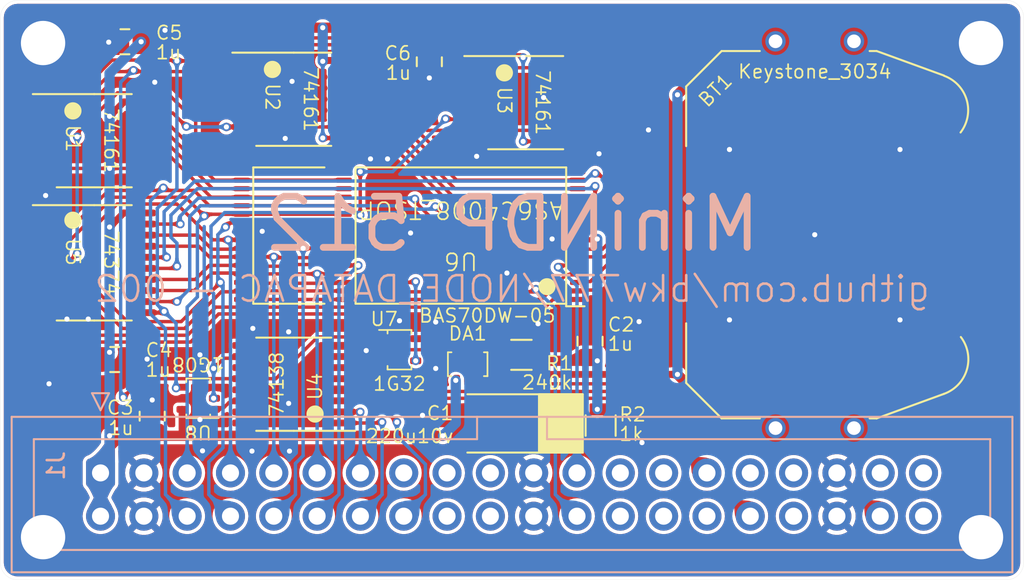
<source format=kicad_pcb>
(kicad_pcb (version 20221018) (generator pcbnew)
  (title_block (title "MiniNDP 512") (date "2023-11-17") (rev "002") (company "Brian K. White - b.kenyon.w@gmail.com") (comment 1 "github.com/bkw777/NODE_DATAPAC"))
  (layers (0 "F.Cu" signal) (31 "B.Cu" signal) (34 "B.Paste" user) (35 "F.Paste" user) (36 "B.SilkS" user "B.Silkscreen") (37 "F.SilkS" user "F.Silkscreen") (38 "B.Mask" user) (39 "F.Mask" user) (44 "Edge.Cuts" user))
  (net 0 "")
  (net 1 "GND")
  (net 2 "VMEM")
  (net 3 "VBUS")
  (net 4 "/AD0")
  (net 5 "/AD1")
  (net 6 "/AD2")
  (net 7 "/AD3")
  (net 8 "/AD4")
  (net 9 "/AD5")
  (net 10 "/AD6")
  (net 11 "/AD7")
  (net 12 "/A8")
  (net 13 "/A9")
  (net 14 "/A10")
  (net 15 "/A11")
  (net 16 "/A12")
  (net 17 "/A13")
  (net 18 "/A14")
  (net 19 "/A15")
  (net 20 "/~{RD}")
  (net 21 "/RAMRST")
  (net 22 "/~{Y0}")
  (net 23 "/(A)")
  (net 29 "/~{BLOCK}")
  (net 30 "/~{BYTE}")
  (net 31 "/CARRY0")
  (net 34 "/BUS_A10")
  (net 38 "/SLEEP")
  (net 39 "/A5")
  (net 40 "/A6")
  (net 41 "/CARRY1")
  (net 42 "/~{CE}")
  (net 43 "/A7")
  (net 44 "/BATT+")
  (net 45 "/BUS_A8")
  (net 46 "/BUS_A9")
  (net 47 "/A16")
  (net 48 "/A17")
  (net 49 "/A0")
  (net 50 "/A1")
  (net 51 "/A2")
  (net 52 "/A3")
  (net 53 "/A4")
  (net 55 "/~{BANK}")
  (net 66 "/A18")
  (net 69 "/~{WR}")
  (net 71 "Net-(C1-Pad1)")
  (net 72 "Net-(U4-O1)")
  (footprint "000_LOCAL:CP_6032" (layer "F.Cu") (at 152.331 110.85 180)
    (fp_text reference "C1")
    (fp_text value "220u10v")
  )
  (footprint "000_LOCAL:MountHole_M2.5" (layer "F.Cu") (at 179.45 88.525)
    (fp_text reference "M1" hide)
    (fp_text value "MountHole_M2.5" hide)
  )
  (footprint "000_LOCAL:Fiducial_0.75_1.5" (layer "F.Cu") (at 175.95 88.025)
    (fp_text reference "F1" hide)
    (fp_text value "Fiducial_0.75_1.5" hide)
  )
  (footprint "000_LOCAL:MountHole_M2.5" (layer "F.Cu") (at 124.45 117.525)
    (fp_text reference "M3" hide)
    (fp_text value "MountHole_M2.5" hide)
  )
  (footprint "000_LOCAL:TSSOP-16" (layer "F.Cu") (at 139.15 108.55 180)
    (fp_text reference "U4")
    (fp_text value "74138")
  )
  (footprint "000_LOCAL:SOT-353_SC-70-5" (layer "F.Cu") (at 133.55 109.375 180)
    (fp_text reference "U8")
    (fp_text value "1G08")
  )
  (footprint "000_LOCAL:Fiducial_0.75_1.5" (layer "F.Cu") (at 179.95 114.025)
    (fp_text reference "F2" hide)
    (fp_text value "Fiducial_0.75_1.5" hide)
  )
  (footprint "000_LOCAL:MountHole_M2.5" (layer "F.Cu") (at 179.45 117.525)
    (fp_text reference "M2" hide)
    (fp_text value "MountHole_M2.5" hide)
  )
  (footprint "000_LOCAL:TSSOP-16" (layer "F.Cu") (at 139.15 91.825)
    (fp_text reference "U2")
    (fp_text value "74161")
  )
  (footprint "000_LOCAL:C_0805" (layer "F.Cu") (at 130.85 110.425 90)
    (fp_text reference "C3")
    (fp_text value "1u")
  )
  (footprint "000_LOCAL:SOT-363_SC-70-6_symmetric" (layer "F.Cu") (at 149.35 107.375 90)
    (fp_text reference "DA1")
    (fp_text value "BAS70DW-05")
  )
  (footprint "000_LOCAL:C_0805" (layer "F.Cu") (at 156.525 106.025 90)
    (fp_text reference "C2")
    (fp_text value "1u")
  )
  (footprint "000_LOCAL:R_0805" (layer "F.Cu") (at 157.146 110.975 -90)
    (fp_text reference "R2")
    (fp_text value "1k")
  )
  (footprint "000_LOCAL:SOT-353_SC-70-5" (layer "F.Cu") (at 145.35 106.525)
    (fp_text reference "U7")
    (fp_text value "1G32")
  )
  (footprint "000_LOCAL:R_0805" (layer "F.Cu") (at 152.5 106.825 180)
    (fp_text reference "R1")
    (fp_text value "240k")
  )
  (footprint "000_LOCAL:C_0805" (layer "F.Cu") (at 129.25 88.45 180)
    (fp_text reference "C5")
    (fp_text value "1u")
  )
  (footprint "000_LOCAL:TSSOP-16" (layer "F.Cu") (at 152.75 92.025)
    (fp_text reference "U3")
    (fp_text value "74161")
  )
  (footprint "000_LOCAL:Fiducial_0.75_1.5" (layer "F.Cu") (at 123.95 114.025)
    (fp_text reference "F3" hide)
    (fp_text value "Fiducial_0.75_1.5" hide)
  )
  (footprint "000_LOCAL:MountHole_M2.5" (layer "F.Cu") (at 124.45 88.525)
    (fp_text reference "M4" hide)
    (fp_text value "MountHole_M2.5" hide)
  )
  (footprint "000_LOCAL:Keystone_3028_3034" (layer "F.Cu") (at 169.7 99.775 90)
    (fp_text reference "BT1")
    (fp_text value "Keystone_3034")
  )
  (footprint "000_LOCAL:TSOP32-dual" (layer "F.Cu") (at 145.95 99.825 180)
    (fp_text reference "U6")
    (fp_text value "AS6C4008_TSOP")
  )
  (footprint "000_LOCAL:TSSOP-16" (layer "F.Cu") (at 127.45 94.2575)
    (fp_text reference "U1")
    (fp_text value "74161")
  )
  (footprint "000_LOCAL:C_0805" (layer "F.Cu") (at 147.1 89.625 -90)
    (fp_text reference "C6")
    (fp_text value "1u")
  )
  (footprint "000_LOCAL:C_0805" (layer "F.Cu") (at 128.65 107.1)
    (fp_text reference "C4")
    (fp_text value "1u")
  )
  (footprint "000_LOCAL:TSSOP-20" (layer "F.Cu") (at 127.45 101.425)
    (fp_text reference "U5")
    (fp_text value "74374")
  )
  (footprint "000_LOCAL:IDC-Header_2x20_P2.54mm_Vertical" (layer "B.Cu") (at 127.82 113.755 -90)
    (fp_text reference "J1")
    (fp_text value "Conn_02x20_Odd_Even")
  )
  (gr_arc (start 180.95 86.025) (mid 181.657107 86.317893) (end 181.95 87.025) (stroke (width 0.01)) (layer "Edge.Cuts"))
  (gr_line (start 122.95 86.025) (end 180.95 86.025) (stroke (width 0.01)) (layer "Edge.Cuts"))
  (gr_arc (start 121.95 87.025) (mid 122.242893 86.317893) (end 122.95 86.025) (stroke (width 0.01)) (layer "Edge.Cuts"))
  (gr_line (start 180.95 120.025) (end 122.95 120.025) (stroke (width 0.01)) (layer "Edge.Cuts"))
  (gr_arc (start 181.95 119.025) (mid 181.657107 119.732107) (end 180.95 120.025) (stroke (width 0.01)) (layer "Edge.Cuts"))
  (gr_line (start 181.95 87.025) (end 181.95 119.025) (stroke (width 0.01)) (layer "Edge.Cuts"))
  (gr_arc (start 122.95 120.025) (mid 122.242893 119.732107) (end 121.95 119.025) (stroke (width 0.01)) (layer "Edge.Cuts"))
  (gr_line (start 121.95 119.025) (end 121.95 87.025) (stroke (width 0.01)) (layer "Edge.Cuts"))
  (gr_text "${TITLE}" (at 151.95 99.15) (layer "B.SilkS") (effects (font (size 3 3) (thickness 0.4)) (justify mirror)))
  (gr_text "${COMMENT1} - ${REVISION}" (at 151.95 102.96) (layer "B.SilkS") (effects (font (size 1.5 1.5)) (justify mirror)))
  (via (at 136.75 105.275) (size 0.5) (drill 0.3) (layers "F.Cu" "B.Cu") (net 1))
  (via (at 133.65 106.825) (size 0.5) (drill 0.3) (layers "F.Cu" "B.Cu") (net 1))
  (via (at 169.7 99.775) (size 0.5) (drill 0.3) (layers "F.Cu" "B.Cu") (net 1))
  (via (at 164.7 94.775) (size 0.5) (drill 0.3) (layers "F.Cu" "B.Cu") (net 1))
  (via (at 145.35 104.825) (size 0.5) (drill 0.3) (layers "F.Cu" "B.Cu") (net 1))
  (via (at 174.7 94.775) (size 0.5) (drill 0.3) (layers "F.Cu" "B.Cu") (net 1))
  (via (at 138.85 109.675) (size 0.5) (drill 0.3) (layers "F.Cu" "B.Cu") (net 1))
  (via (at 133.8 112.4596) (size 0.5) (drill 0.3) (layers "F.Cu" "B.Cu") (net 1))
  (via (at 153.8 91.725) (size 0.5) (drill 0.3) (layers "F.Cu" "B.Cu") (net 1))
  (via (at 144.65 95.325) (size 0.5) (drill 0.3) (layers "F.Cu" "B.Cu") (net 1))
  (via (at 131.6 87.775) (size 0.5) (drill 0.3) (layers "F.Cu" "B.Cu") (net 1))
  (via (at 130.85 109.475) (size 0.5) (drill 0.3) (layers "F.Cu" "B.Cu") (net 1))
  (via (at 137.3 99.575) (size 0.5) (drill 0.3) (layers "F.Cu" "B.Cu") (net 1))
  (via (at 124.8 108.525) (size 0.5) (drill 0.3) (layers "F.Cu" "B.Cu") (net 1))
  (via (at 139.05 90.775) (size 0.5) (drill 0.3) (layers "F.Cu" "B.Cu") (net 1))
  (via (at 146 99.675) (size 0.5) (drill 0.3) (layers "F.Cu" "B.Cu") (net 1))
  (via (at 159.95 93.625) (size 0.5) (drill 0.3) (layers "F.Cu" "B.Cu") (net 1))
  (via (at 153.475 105) (size 0.5) (drill 0.3) (layers "F.Cu" "B.Cu") (net 1))
  (via (at 146.7 110.375) (size 0.5) (drill 0.3) (layers "F.Cu" "B.Cu") (net 1))
  (via (at 164.7 104.775) (size 0.5) (drill 0.3) (layers "F.Cu" "B.Cu") (net 1))
  (via (at 131 90.825) (size 0.5) (drill 0.3) (layers "F.Cu" "B.Cu") (net 1))
  (via (at 130.55 107.075) (size 0.5) (drill 0.3) (layers "F.Cu" "B.Cu") (net 1))
  (via (at 128.3 88.475) (size 0.5) (drill 0.3) (layers "F.Cu" "B.Cu") (net 1))
  (via (at 124.6 97.475) (size 0.5) (drill 0.3) (layers "F.Cu" "B.Cu") (net 1))
  (via (at 151.65 102.025) (size 0.5) (drill 0.3) (layers "F.Cu" "B.Cu") (net 1))
  (via (at 133.65 110.625) (size 0.5) (drill 0.3) (layers "F.Cu" "B.Cu") (net 1))
  (via (at 159.4 104.875) (size 0.5) (drill 0.3) (layers "F.Cu" "B.Cu") (net 1))
  (via (at 149.875 95.175) (size 0.5) (drill 0.3) (layers "F.Cu" "B.Cu") (net 1))
  (via (at 127.1 104.725) (size 0.5) (drill 0.3) (layers "F.Cu" "B.Cu") (net 1))
  (via (at 157.05 95.025) (size 0.5) (drill 0.3) (layers "F.Cu" "B.Cu") (net 1))
  (via (at 147.475 104.9) (size 0.5) (drill 0.3) (layers "F.Cu" "B.Cu") (net 1))
  (via (at 147.1 90.575) (size 0.5) (drill 0.3) (layers "F.Cu" "B.Cu") (net 1))
  (via (at 138.85 105.475) (size 0.5) (drill 0.3) (layers "F.Cu" "B.Cu") (net 1))
  (via (at 147.475 107.625) (size 0.5) (drill 0.3) (layers "F.Cu" "B.Cu") (net 1))
  (via (at 136.7 112.475) (size 0.5) (drill 0.3) (layers "F.Cu" "B.Cu") (net 1))
  (via (at 159.57 111.977) (size 0.5) (drill 0.3) (layers "F.Cu" "B.Cu") (net 1))
  (via (at 143.4 106.575) (size 0.5) (drill 0.3) (layers "F.Cu" "B.Cu") (net 1))
  (via (at 174.7 104.775) (size 0.5) (drill 0.3) (layers "F.Cu" "B.Cu") (net 1))
  (via (at 143.65 95.325) (size 0.5) (drill 0.3) (layers "F.Cu" "B.Cu") (net 1))
  (via (at 138.9 112.475) (size 0.5) (drill 0.3) (layers "F.Cu" "B.Cu") (net 1))
  (via (at 138.65 94.125) (size 0.5) (drill 0.3) (layers "F.Cu" "B.Cu") (net 1))
  (via (at 154.3 100.025) (size 0.5) (drill 0.3) (layers "F.Cu" "B.Cu") (net 1))
  (via (at 125.85 104.725) (size 0.5) (drill 0.3) (layers "F.Cu" "B.Cu") (net 1))
  (segment (start 153.45 106.525) (end 153.45 106.825) (width 0.4) (layer "F.Cu") (net 2))
  (segment (start 148.7 106.425) (end 148.7 105.875) (width 0.4) (layer "F.Cu") (net 2))
  (segment (start 157.146 110.025) (end 156.95 110.025) (width 0.6) (layer "F.Cu") (net 2))
  (segment (start 148.7 105.875) (end 146.3 105.875) (width 0.4) (layer "F.Cu") (net 2))
  (segment (start 153.45 106.825) (end 153.8 107.175) (width 0.6) (layer "F.Cu") (net 2))
  (segment (start 152.6 105.675) (end 153.45 106.525) (width 0.4) (layer "F.Cu") (net 2))
  (segment (start 156.95 100.075) (end 155.8 100.075) (width 0.3) (layer "F.Cu") (net 2))
  (segment (start 153.8 107.175) (end 156.95 107.175) (width 0.6) (layer "F.Cu") (net 2))
  (segment (start 148.7 105.875) (end 148.9 105.675) (width 0.4) (layer "F.Cu") (net 2))
  (segment (start 148.9 105.675) (end 152.6 105.675) (width 0.4) (layer "F.Cu") (net 2))
  (via (at 156.95 107.175) (size 0.5) (drill 0.3) (layers "F.Cu" "B.Cu") (net 2))
  (via (at 156.95 110.025) (size 0.5) (drill 0.3) (layers "F.Cu" "B.Cu") (net 2))
  (via (at 156.95 100.025) (size 0.5) (drill 0.3) (layers "F.Cu" "B.Cu") (net 2))
  (segment (start 156.95 110.025) (end 156.95 100.025) (width 0.6) (layer "B.Cu") (net 2))
  (segment (start 128.35 106.675) (end 127.925 107.1) (width 0.6) (layer "F.Cu") (net 3))
  (segment (start 128.35 111.575) (end 128.35 113.225) (width 0.6) (layer "F.Cu") (net 3))
  (segment (start 127.82 116.295) (end 127.82 113.755) (width 0.6) (layer "F.Cu") (net 3))
  (segment (start 127.925 107.1) (end 127.7 107.1) (width 0.6) (layer "F.Cu") (net 3))
  (segment (start 140.875 94.1) (end 142.1125 94.1) (width 0.2) (layer "F.Cu") (net 3))
  (segment (start 146.9 88.475) (end 147.1 88.675) (width 0.6) (layer "F.Cu") (net 3))
  (segment (start 128.35 99.325) (end 129.175 98.5) (width 0.4) (layer "F.Cu") (net 3))
  (segment (start 140.9 89.55) (end 140.85 89.6) (width 0.4) (layer "F.Cu") (net 3))
  (segment (start 137.4 88.725) (end 138.5 87.625) (width 0.6) (layer "F.Cu") (net 3))
  (segment (start 128.35 95.8825) (end 124.5875 95.8825) (width 0.2) (layer "F.Cu") (net 3))
  (segment (start 128.35 111.575) (end 136.3 111.575) (width 0.6) (layer "F.Cu") (net 3))
  (segment (start 129.175 98.5) (end 130.3125 98.5) (width 0.4) (layer "F.Cu") (net 3))
  (segment (start 147.9 111.575) (end 136.3 111.575) (width 0.6) (layer "F.Cu") (net 3))
  (segment (start 130.475 88.725) (end 137.4 88.725) (width 0.6) (layer "F.Cu") (net 3))
  (segment (start 128.35 113.225) (end 127.82 113.755) (width 0.6) (layer "F.Cu") (net 3))
  (segment (start 147.3 88.475) (end 147.1 88.675) (width 0.6) (layer "F.Cu") (net 3))
  (segment (start 129.1925 91.9825) (end 128.35 92.825) (width 0.4) (layer "F.Cu") (net 3))
  (segment (start 153.8875 89.2875) (end 154.35 89.75) (width 0.4) (layer "F.Cu") (net 3))
  (segment (start 138.5 87.625) (end 143.9 87.625) (width 0.6) (layer "F.Cu") (net 3))
  (segment (start 153.8875 89.2875) (end 153.075 88.475) (width 0.6) (layer "F.Cu") (net 3))
  (segment (start 128.35 95.8825) (end 130.3125 95.8825) (width 0.2) (layer "F.Cu") (net 3))
  (segment (start 136.2875 111.5625) (end 136.2875 110.825) (width 0.4) (layer "F.Cu") (net 3))
  (segment (start 142.0125 89.55) (end 140.9 89.55) (width 0.4) (layer "F.Cu") (net 3))
  (segment (start 136.3 111.575) (end 136.2875 111.5625) (width 0.4) (layer "F.Cu") (net 3))
  (segment (start 153.075 88.475) (end 147.3 88.475) (width 0.6) (layer "F.Cu") (net 3))
  (segment (start 143.9 87.625) (end 144.75 88.475) (width 0.6) (layer "F.Cu") (net 3))
  (segment (start 151.99 89.975) (end 151.765 89.75) (width 0.2) (layer "F.Cu") (net 3))
  (segment (start 128.35 112.225) (end 129 111.575) (width 0.6) (layer "F.Cu") (net 3))
  (segment (start 130.3125 96.5325) (end 130.3125 95.8825) (width 0.2) (layer "F.Cu") (net 3))
  (segment (start 153.2 89.975) (end 151.99 89.975) (width 0.2) (layer "F.Cu") (net 3))
  (segment (start 148.7 108.325) (end 148.65 108.325) (width 0.2) (layer "F.Cu") (net 3))
  (segment (start 154.35 89.75) (end 155.6125 89.75) (width 0.4) (layer "F.Cu") (net 3))
  (segment (start 130.3125 91.9825) (end 129.1925 91.9825) (width 0.4) (layer "F.Cu") (net 3))
  (segment (start 128.35 106.675) (end 127.748959 106.675) (width 0.6) (layer "F.Cu") (net 3))
  (segment (start 153.8875 89.2875) (end 153.2 89.975) (width 0.2) (layer "F.Cu") (net 3))
  (segment (start 132.6 111.575) (end 132.6 110.025) (width 0.4) (layer "F.Cu") (net 3))
  (segment (start 151.765 89.75) (end 149.8875 89.75) (width 0.2) (layer "F.Cu") (net 3))
  (segment (start 130.2 88.45) (end 130.475 88.725) (width 0.6) (layer "F.Cu") (net 3))
  (segment (start 144.75 88.475) (end 146.9 88.475) (width 0.6) (layer "F.Cu") (net 3))
  (via (at 130.2 88.45) (size 0.5) (drill 0.3) (layers "F.Cu" "B.Cu") (net 3))
  (via (at 140.85 89.6) (size 0.5) (drill 0.3) (layers "F.Cu" "B.Cu") (net 3))
  (via (at 140.85 94.1) (size 0.5) (drill 0.3) (layers "F.Cu" "B.Cu") (net 3))
  (via (at 147.9 111.575) (size 0.5) (drill 0.3) (layers "F.Cu" "B.Cu") (net 3))
  (via (at 148.65 108.325) (size 0.5) (drill 0.3) (layers "F.Cu" "B.Cu") (net 3))
  (via (at 128.35 111.575) (size 0.5) (drill 0.3) (layers "F.Cu" "B.Cu") (net 3))
  (via (at 128.35 106.675) (size 0.5) (drill 0.3) (layers "F.Cu" "B.Cu") (net 3))
  (via (at 128.35 99.325) (size 0.5) (drill 0.3) (layers "F.Cu" "B.Cu") (net 3))
  (via (at 128.35 95.8825) (size 0.5) (drill 0.3) (layers "F.Cu" "B.Cu") (net 3))
  (via (at 140.85 87.625) (size 0.5) (drill 0.3) (layers "F.Cu" "B.Cu") (net 3))
  (via (at 128.35 92.825) (size 0.5) (drill 0.3) (layers "F.Cu" "B.Cu") (net 3))
  (segment (start 128.35 99.325) (end 128.35 107.125) (width 0.6) (layer "B.Cu") (net 3))
  (segment (start 128.35 113.225) (end 127.82 113.755) (width 0.6) (layer "B.Cu") (net 3))
  (segment (start 128.35 111.575) (end 128.35 113.225) (width 0.6) (layer "B.Cu") (net 3))
  (segment (start 140.85 87.625) (end 140.85 89.6) (width 0.6) (layer "B.Cu") (net 3))
  (segment (start 140.85 89.6) (end 140.85 94.1) (width 0.2) (layer "B.Cu") (net 3))
  (segment (start 130.2 88.45) (end 128.35 90.3) (width 0.6) (layer "B.Cu") (net 3))
  (segment (start 128.35 90.3) (end 128.35 95.8825) (width 0.6) (layer "B.Cu") (net 3))
  (segment (start 147.9 111.575) (end 148.65 110.825) (width 0.6) (layer "B.Cu") (net 3))
  (segment (start 128.35 107.125) (end 128.35 111.575) (width 0.6) (layer "B.Cu") (net 3))
  (segment (start 128.35 95.8825) (end 128.35 99.325) (width 0.6) (layer "B.Cu") (net 3))
  (segment (start 127.82 116.295) (end 127.82 113.755) (width 0.6) (layer "B.Cu") (net 3))
  (segment (start 148.65 110.825) (end 148.65 108.325) (width 0.6) (layer "B.Cu") (net 3))
  (segment (start 131.35 97.175) (end 128.2964 97.175) (width 0.2) (layer "F.Cu") (net 4))
  (segment (start 131.5 97.025) (end 131.35 97.175) (width 0.2) (layer "F.Cu") (net 4))
  (segment (start 128.2964 97.175) (end 125.6714 99.8) (width 0.2) (layer "F.Cu") (net 4))
  (segment (start 131.5 97.025) (end 131.65 97.175) (width 0.2) (layer "F.Cu") (net 4))
  (segment (start 134.2 98.075) (end 136.1 98.075) (width 0.2) (layer "F.Cu") (net 4))
  (segment (start 142.100001 98.075001) (end 136.1 98.075) (width 0.2) (layer "F.Cu") (net 4))
  (segment (start 133.3 97.175) (end 134.2 98.075) (width 0.2) (layer "F.Cu") (net 4))
  (segment (start 125.6714 99.8) (end 124.5875 99.8) (width 0.2) (layer "F.Cu") (net 4))
  (segment (start 131.65 97.175) (end 133.3 97.175) (width 0.2) (layer "F.Cu") (net 4))
  (via (at 131.5 97.025) (size 0.5) (drill 0.3) (layers "F.Cu" "B.Cu") (net 4))
  (segment (start 131.63 105.305) (end 131.63 115.025) (width 0.2) (layer "B.Cu") (net 4))
  (segment (start 131.63 115.025) (end 132.9 116.295) (width 0.2) (layer "B.Cu") (net 4))
  (segment (start 131.5 97.025) (end 130.75 97.775) (width 0.2) (layer "B.Cu") (net 4))
  (segment (start 130.75 97.775) (end 130.75 104.425) (width 0.2) (layer "B.Cu") (net 4))
  (segment (start 130.75 104.425) (end 131.63 105.305) (width 0.2) (layer "B.Cu") (net 4))
  (segment (start 128.553 97.575) (end 125.678 100.45) (width 0.2) (layer "F.Cu") (net 5))
  (segment (start 134 98.575) (end 136.1 98.575) (width 0.2) (layer "F.Cu") (net 5))
  (segment (start 132.8 97.575) (end 128.553 97.575) (width 0.2) (layer "F.Cu") (net 5))
  (segment (start 133.9 98.675) (end 132.8 97.575) (width 0.2) (layer "F.Cu") (net 5))
  (segment (start 136.099999 98.575) (end 142.099999 98.575) (width 0.2) (layer "F.Cu") (net 5))
  (segment (start 125.678 100.45) (end 124.5875 100.45) (width 0.2) (layer "F.Cu") (net 5))
  (segment (start 133.9 98.675) (end 134 98.575) (width 0.2) (layer "F.Cu") (net 5))
  (via (at 133.9 98.675) (size 0.5) (drill 0.3) (layers "F.Cu" "B.Cu") (net 5))
  (segment (start 133.5 103.425) (end 132.9 104.025) (width 0.2) (layer "B.Cu") (net 5))
  (segment (start 133.9 98.675) (end 133.5 99.075) (width 0.2) (layer "B.Cu") (net 5))
  (segment (start 133.5 99.075) (end 133.5 103.425) (width 0.2) (layer "B.Cu") (net 5))
  (segment (start 132.9 104.025) (end 132.9 113.755) (width 0.2) (layer "B.Cu") (net 5))
  (segment (start 142.100002 99.075) (end 142.050002 99.025) (width 0.2) (layer "F.Cu") (net 6))
  (segment (start 142.050002 99.025) (end 136.15 99.025) (width 0.2) (layer "F.Cu") (net 6))
  (segment (start 129.4 104.875) (end 127.575 103.05) (width 0.2) (layer "F.Cu") (net 6))
  (segment (start 127.575 103.05) (end 124.5875 103.05) (width 0.2) (layer "F.Cu") (net 6))
  (segment (start 134.85 102.575) (end 132.55 104.875) (width 0.2) (layer "F.Cu") (net 6))
  (segment (start 132.55 104.875) (end 129.4 104.875) (width 0.2) (layer "F.Cu") (net 6))
  (segment (start 136.15 99.025) (end 136.1 99.075) (width 0.2) (layer "F.Cu") (net 6))
  (segment (start 135.15 99.325) (end 135.4 99.075) (width 0.2) (layer "F.Cu") (net 6))
  (segment (start 135.4 99.075) (end 136.1 99.075) (width 0.2) (layer "F.Cu") (net 6))
  (via (at 135.15 99.325) (size 0.5) (drill 0.3) (layers "F.Cu" "B.Cu") (net 6))
  (via (at 134.85 102.575) (size 0.5) (drill 0.3) (layers "F.Cu" "B.Cu") (net 6))
  (segment (start 134.85 102.575) (end 134.7 102.425) (width 0.2) (layer "B.Cu") (net 6))
  (segment (start 134.17 115.025) (end 135.44 116.295) (width 0.2) (layer "B.Cu") (net 6))
  (segment (start 134.7 102.425) (end 134.7 99.775) (width 0.2) (layer "B.Cu") (net 6))
  (segment (start 135 112.275) (end 134.17 113.105) (width 0.2) (layer "B.Cu") (net 6))
  (segment (start 134.85 102.575) (end 135 102.725) (width 0.2) (layer "B.Cu") (net 6))
  (segment (start 134.17 113.105) (end 134.17 115.025) (width 0.2) (layer "B.Cu") (net 6))
  (segment (start 134.7 99.775) (end 135.15 99.325) (width 0.2) (layer "B.Cu") (net 6))
  (segment (start 135 102.725) (end 135 112.275) (width 0.2) (layer "B.Cu") (net 6))
  (segment (start 142.05 100.025) (end 138.35 100.025) (width 0.2) (layer "F.Cu") (net 7))
  (segment (start 136.15 100.125) (end 136.1 100.075) (width 0.2) (layer "F.Cu") (net 7))
  (segment (start 127.45 100.825) (end 127.45 99.325) (width 0.2) (layer "F.Cu") (net 7))
  (segment (start 135.3 100.075) (end 134.4 100.075) (width 0.2) (layer "F.Cu") (net 7))
  (segment (start 124.5875 102.4) (end 125.875 102.4) (width 0.2) (layer "F.Cu") (net 7))
  (segment (start 125.875 102.4) (end 127.45 100.825) (width 0.2) (layer "F.Cu") (net 7))
  (segment (start 138.35 100.025) (end 138.25 100.125) (width 0.2) (layer "F.Cu") (net 7))
  (segment (start 142.1 100.075) (end 142.05 100.025) (width 0.2) (layer "F.Cu") (net 7))
  (segment (start 138.25 100.125) (end 136.15 100.125) (width 0.2) (layer "F.Cu") (net 7))
  (segment (start 136.1 100.075) (end 135.3 100.075) (width 0.2) (layer "F.Cu") (net 7))
  (segment (start 127.45 99.325) (end 128.8 97.975) (width 0.2) (layer "F.Cu") (net 7))
  (segment (start 128.8 97.975) (end 132.3 97.975) (width 0.2) (layer "F.Cu") (net 7))
  (segment (start 132.3 97.975) (end 134.4 100.075) (width 0.2) (layer "F.Cu") (net 7))
  (via (at 135.3 100.075) (size 0.5) (drill 0.3) (layers "F.Cu" "B.Cu") (net 7))
  (segment (start 135.44 100.215) (end 135.44 113.755) (width 0.2) (layer "B.Cu") (net 7))
  (segment (start 135.3 100.075) (end 135.44 100.215) (width 0.2) (layer "B.Cu") (net 7))
  (segment (start 136.1 100.575) (end 136.15 100.525) (width 0.2) (layer "F.Cu") (net 8))
  (segment (start 139.7 100.575) (end 142.1 100.575) (width 0.2) (layer "F.Cu") (net 8))
  (segment (start 139.7 100.575) (end 142.100002 100.575) (width 0.2) (layer "F.Cu") (net 8))
  (segment (start 133.525 99.8) (end 130.3125 99.8) (width 0.2) (layer "F.Cu") (net 8))
  (segment (start 136.05 100.625) (end 134.35 100.625) (width 0.2) (layer "F.Cu") (net 8))
  (segment (start 139.65 100.525) (end 139.7 100.575) (width 0.2) (layer "F.Cu") (net 8))
  (segment (start 136.15 100.525) (end 139.65 100.525) (width 0.2) (layer "F.Cu") (net 8))
  (segment (start 134.35 100.625) (end 133.525 99.8) (width 0.2) (layer "F.Cu") (net 8))
  (segment (start 136.1 100.575) (end 136.05 100.625) (width 0.2) (layer "F.Cu") (net 8))
  (via (at 139.7 100.575) (size 0.5) (drill 0.3) (layers "F.Cu" "B.Cu") (net 8))
  (segment (start 139.25 113.1962) (end 139.25 115.025) (width 0.2) (layer "B.Cu") (net 8))
  (segment (start 139.25 115.025) (end 137.98 116.295) (width 0.2) (layer "B.Cu") (net 8))
  (segment (start 139.7 100.575) (end 139.7 112.7462) (width 0.2) (layer "B.Cu") (net 8))
  (segment (start 139.7 112.7462) (end 139.25 113.1962) (width 0.2) (layer "B.Cu") (net 8))
  (segment (start 137.98 101.075) (end 136.1 101.075) (width 0.2) (layer "F.Cu") (net 9))
  (segment (start 142.1 101.075) (end 142.05 101.125) (width 0.2) (layer "F.Cu") (net 9))
  (segment (start 142.05 101.125) (end 138.03 101.125) (width 0.2) (layer "F.Cu") (net 9))
  (segment (start 136.1 101.075) (end 134.2 101.075) (width 0.2) (layer "F.Cu") (net 9))
  (segment (start 134.2 101.075) (end 133.575 100.45) (width 0.2) (layer "F.Cu") (net 9))
  (segment (start 138.03 101.125) (end 137.98 101.075) (width 0.2) (layer "F.Cu") (net 9))
  (segment (start 133.575 100.45) (end 130.3125 100.45) (width 0.2) (layer "F.Cu") (net 9))
  (via (at 137.98 101.075) (size 0.5) (drill 0.3) (layers "F.Cu" "B.Cu") (net 9))
  (segment (start 137.98 101.075) (end 137.98 113.755) (width 0.2) (layer "B.Cu") (net 9))
  (segment (start 136.15 101.625) (end 136.1 101.575) (width 0.2) (layer "F.Cu") (net 10))
  (segment (start 142.933 101.574999) (end 142.100001 101.574999) (width 0.2) (layer "F.Cu") (net 10))
  (segment (start 139.25 101.625) (end 136.15 101.625) (width 0.2) (layer "F.Cu") (net 10))
  (segment (start 142.05 101.525) (end 139.35 101.525) (width 0.2) (layer "F.Cu") (net 10))
  (segment (start 136.1 101.575) (end 134.2 101.575) (width 0.2) (layer "F.Cu") (net 10))
  (segment (start 139.35 101.525) (end 139.25 101.625) (width 0.2) (layer "F.Cu") (net 10))
  (segment (start 142.1 101.575) (end 142.05 101.525) (width 0.2) (layer "F.Cu") (net 10))
  (segment (start 134.2 101.575) (end 133.375 102.4) (width 0.2) (layer "F.Cu") (net 10))
  (segment (start 133.375 102.4) (end 130.3125 102.4) (width 0.2) (layer "F.Cu") (net 10))
  (via (at 142.933 101.574999) (size 0.5) (drill 0.3) (layers "F.Cu" "B.Cu") (net 10))
  (segment (start 141.8 115.015) (end 140.52 116.295) (width 0.2) (layer "B.Cu") (net 10))
  (segment (start 141.8 102.707999) (end 141.8 115.015) (width 0.2) (layer "B.Cu") (net 10))
  (segment (start 142.933 101.574999) (end 141.8 102.707999) (width 0.2) (layer "B.Cu") (net 10))
  (segment (start 136.1 102.075) (end 140.52 102.075) (width 0.2) (layer "F.Cu") (net 11))
  (segment (start 136.05 102.025) (end 134.35 102.025) (width 0.2) (layer "F.Cu") (net 11))
  (segment (start 134.35 102.025) (end 133.325 103.05) (width 0.2) (layer "F.Cu") (net 11))
  (segment (start 136.1 102.075) (end 136.05 102.025) (width 0.2) (layer "F.Cu") (net 11))
  (segment (start 133.325 103.05) (end 130.3125 103.05) (width 0.2) (layer "F.Cu") (net 11))
  (segment (start 140.52 102.075) (end 142.1 102.075) (width 0.2) (layer "F.Cu") (net 11))
  (via (at 140.52 102.075) (size 0.5) (drill 0.3) (layers "F.Cu" "B.Cu") (net 11))
  (segment (start 140.52 102.075) (end 140.52 113.755) (width 0.2) (layer "B.Cu") (net 11))
  (segment (start 156.525 91.8) (end 155.7125 91.8) (width 0.2) (layer "F.Cu") (net 12))
  (segment (start 158.35 100.7125) (end 158.35 93.625) (width 0.2) (layer "F.Cu") (net 12))
  (segment (start 155.7125 91.8) (end 155.6125 91.7) (width 0.2) (layer "F.Cu") (net 12))
  (segment (start 155.85 102.525) (end 156.5375 102.525) (width 0.2) (layer "F.Cu") (net 12))
  (segment (start 155.8 102.575) (end 155.85 102.525) (width 0.2) (layer "F.Cu") (net 12))
  (segment (start 156.5375 102.525) (end 158.35 100.7125) (width 0.2) (layer "F.Cu") (net 12))
  (segment (start 158.35 93.625) (end 156.525 91.8) (width 0.2) (layer "F.Cu") (net 12))
  (segment (start 155.6125 91.05) (end 155.7125 91.15) (width 0.2) (layer "F.Cu") (net 13))
  (segment (start 156.675 103.025) (end 155.85 103.025) (width 0.2) (layer "F.Cu") (net 13))
  (segment (start 158.75 93.375) (end 158.75 100.95) (width 0.2) (layer "F.Cu") (net 13))
  (segment (start 158.75 100.95) (end 156.675 103.025) (width 0.2) (layer "F.Cu") (net 13))
  (segment (start 156.525 91.15) (end 158.75 93.375) (width 0.2) (layer "F.Cu") (net 13))
  (segment (start 155.85 103.025) (end 155.8 103.075) (width 0.2) (layer "F.Cu") (net 13))
  (segment (start 155.7125 91.15) (end 156.525 91.15) (width 0.2) (layer "F.Cu") (net 13))
  (segment (start 136.05 103.125) (end 136.1 103.075) (width 0.2) (layer "F.Cu") (net 14))
  (segment (start 134.9 103.125) (end 136.05 103.125) (width 0.2) (layer "F.Cu") (net 14))
  (segment (start 129.1 105.275) (end 132.75 105.275) (width 0.2) (layer "F.Cu") (net 14))
  (segment (start 142.100002 103.075) (end 136.1 103.075) (width 0.2) (layer "F.Cu") (net 14))
  (segment (start 124.5875 103.7) (end 127.525 103.7) (width 0.2) (layer "F.Cu") (net 14))
  (segment (start 132.75 105.275) (end 134.9 103.125) (width 0.2) (layer "F.Cu") (net 14))
  (segment (start 127.525 103.7) (end 129.1 105.275) (width 0.2) (layer "F.Cu") (net 14))
  (segment (start 123.05 104.925) (end 123.05 99.85) (width 0.2) (layer "F.Cu") (net 15))
  (segment (start 123.05 99.85) (end 123.65 99.25) (width 0.2) (layer "F.Cu") (net 15))
  (segment (start 124.4875 99.25) (end 124.5875 99.15) (width 0.2) (layer "F.Cu") (net 15))
  (segment (start 133.1 106.075) (end 124.2 106.075) (width 0.2) (layer "F.Cu") (net 15))
  (segment (start 124.2 106.075) (end 123.05 104.925) (width 0.2) (layer "F.Cu") (net 15))
  (segment (start 154.35 103.575) (end 153.9 104.025) (width 0.2) (layer "F.Cu") (net 15))
  (segment (start 134.75 104.425) (end 133.1 106.075) (width 0.2) (layer "F.Cu") (net 15))
  (segment (start 153.9 104.025) (end 143.65 104.025) (width 0.2) (layer "F.Cu") (net 15))
  (segment (start 155.8 103.575) (end 154.35 103.575) (width 0.2) (layer "F.Cu") (net 15))
  (segment (start 143.65 104.025) (end 143.25 104.425) (width 0.2) (layer "F.Cu") (net 15))
  (segment (start 143.25 104.425) (end 134.75 104.425) (width 0.2) (layer "F.Cu") (net 15))
  (segment (start 123.65 99.25) (end 124.4875 99.25) (width 0.2) (layer "F.Cu") (net 15))
  (segment (start 131.725 91.45) (end 128.8125 91.45) (width 0.2) (layer "F.Cu") (net 16))
  (segment (start 125.675 101.65) (end 124.6875 101.65) (width 0.2) (layer "F.Cu") (net 16))
  (segment (start 126.45 93.8125) (end 126.45 94.025) (width 0.2) (layer "F.Cu") (net 16))
  (segment (start 142.65 94.925) (end 134.2 94.925) (width 0.2) (layer "F.Cu") (net 16))
  (segment (start 144.95 94.575) (end 143 94.575) (width 0.2) (layer "F.Cu") (net 16))
  (segment (start 143 94.575) (end 142.65 94.925) (width 0.2) (layer "F.Cu") (net 16))
  (segment (start 124.6875 101.65) (end 124.5875 101.75) (width 0.2) (layer "F.Cu") (net 16))
  (segment (start 148.45 98.075) (end 144.95 94.575) (width 0.2) (layer "F.Cu") (net 16))
  (segment (start 128.8125 91.45) (end 126.45 93.8125) (width 0.2) (layer "F.Cu") (net 16))
  (segment (start 133.4 94.125) (end 133.4 93.125) (width 0.2) (layer "F.Cu") (net 16))
  (segment (start 126.45 100.875) (end 125.675 101.65) (width 0.2) (layer "F.Cu") (net 16))
  (segment (start 134.2 94.925) (end 133.4 94.125) (width 0.2) (layer "F.Cu") (net 16))
  (segment (start 133.4 93.125) (end 131.725 91.45) (width 0.2) (layer "F.Cu") (net 16))
  (segment (start 155.8 98.075) (end 148.45 98.075) (width 0.2) (layer "F.Cu") (net 16))
  (via (at 126.45 94.025) (size 0.5) (drill 0.3) (layers "F.Cu" "B.Cu") (net 16))
  (via (at 126.45 100.875) (size 0.5) (drill 0.3) (layers "F.Cu" "B.Cu") (net 16))
  (segment (start 126.45 100.875) (end 126.45 94.025) (width 0.2) (layer "B.Cu") (net 16))
  (segment (start 153.67 103.575) (end 143.45 103.575) (width 0.2) (layer "F.Cu") (net 17))
  (segment (start 143 104.025) (end 134.575 104.025) (width 0.2) (layer "F.Cu") (net 17))
  (segment (start 123.675 101.2) (end 124.4875 101.2) (width 0.2) (layer "F.Cu") (net 17))
  (segment (start 124.4 105.675) (end 123.45 104.725) (width 0.2) (layer "F.Cu") (net 17))
  (segment (start 155.8 102.075) (end 155.75 102.125) (width 0.2) (layer "F.Cu") (net 17))
  (segment (start 124.4875 101.2) (end 124.5875 101.1) (width 0.2) (layer "F.Cu") (net 17))
  (segment (start 132.925 105.675) (end 124.4 105.675) (width 0.2) (layer "F.Cu") (net 17))
  (segment (start 143.45 103.575) (end 143 104.025) (width 0.2) (layer "F.Cu") (net 17))
  (segment (start 123.45 101.425) (end 123.675 101.2) (width 0.2) (layer "F.Cu") (net 17))
  (segment (start 134.575 104.025) (end 132.925 105.675) (width 0.2) (layer "F.Cu") (net 17))
  (segment (start 155.75 102.125) (end 155.12 102.125) (width 0.2) (layer "F.Cu") (net 17))
  (segment (start 123.45 104.725) (end 123.45 101.425) (width 0.2) (layer "F.Cu") (net 17))
  (segment (start 155.12 102.125) (end 153.67 103.575) (width 0.2) (layer "F.Cu") (net 17))
  (segment (start 147.9 98.575) (end 155.8 98.575) (width 0.2) (layer "F.Cu") (net 18))
  (segment (start 147.45 98.125) (end 147.9 98.575) (width 0.2) (layer "F.Cu") (net 18))
  (segment (start 132.3 103.7) (end 130.3125 103.7) (width 0.2) (layer "F.Cu") (net 18))
  (via (at 147.45 98.125) (size 0.5) (drill 0.3) (layers "F.Cu" "B.Cu") (net 18))
  (via (at 132.3 103.7) (size 0.5) (drill 0.3) (layers "F.Cu" "B.Cu") (net 18))
  (segment (start 133.675 98.075) (end 145.4 98.075) (width 0.2) (layer "B.Cu") (net 18))
  (segment (start 133.05 102.95) (end 133.05 98.7) (width 0.2) (layer "B.Cu") (net 18))
  (segment (start 147.3 98.275) (end 147.45 98.125) (width 0.2) (layer "B.Cu") (net 18))
  (segment (start 145.4 98.075) (end 145.6 98.275) (width 0.2) (layer "B.Cu") (net 18))
  (segment (start 132.3 103.7) (end 133.05 102.95) (width 0.2) (layer "B.Cu") (net 18))
  (segment (start 145.6 98.275) (end 147.3 98.275) (width 0.2) (layer "B.Cu") (net 18))
  (segment (start 133.05 98.7) (end 133.675 98.075) (width 0.2) (layer "B.Cu") (net 18))
  (segment (start 157 96.175) (end 157.55 96.725) (width 0.2) (layer "F.Cu") (net 19))
  (segment (start 131.7 101.1) (end 130.3125 101.1) (width 0.2) (layer "F.Cu") (net 19))
  (segment (start 157.55 100.325) (end 157.25 100.625) (width 0.2) (layer "F.Cu") (net 19))
  (segment (start 155.85 100.625) (end 155.8 100.575) (width 0.2) (layer "F.Cu") (net 19))
  (segment (start 157.25 100.625) (end 155.85 100.625) (width 0.2) (layer "F.Cu") (net 19))
  (segment (start 156.825 96.175) (end 157 96.175) (width 0.2) (layer "F.Cu") (net 19))
  (segment (start 157.55 96.725) (end 157.55 100.325) (width 0.2) (layer "F.Cu") (net 19))
  (via (at 156.825 96.175) (size 0.5) (drill 0.3) (layers "F.Cu" "B.Cu") (net 19))
  (via (at 131.7 101.1) (size 0.5) (drill 0.3) (layers "F.Cu" "B.Cu") (net 19))
  (segment (start 156.2 96.625) (end 156.65 96.175) (width 0.2) (layer "B.Cu") (net 19))
  (segment (start 131.7 101.1) (end 131.55 100.95) (width 0.2) (layer "B.Cu") (net 19))
  (segment (start 133.35 96.625) (end 156.2 96.625) (width 0.2) (layer "B.Cu") (net 19))
  (segment (start 131.55 100.95) (end 131.55 98.425) (width 0.2) (layer "B.Cu") (net 19))
  (segment (start 131.55 98.425) (end 133.35 96.625) (width 0.2) (layer "B.Cu") (net 19))
  (segment (start 156.65 96.175) (end 156.825 96.175) (width 0.2) (layer "B.Cu") (net 19))
  (segment (start 153.2 103.125) (end 143.25 103.125) (width 0.2) (layer "F.Cu") (net 20))
  (segment (start 153.35 102.975) (end 153.2 103.125) (width 0.2) (layer "F.Cu") (net 20))
  (segment (start 142.8 103.575) (end 142.1 103.575) (width 0.2) (layer "F.Cu") (net 20))
  (segment (start 143.25 103.125) (end 142.8 103.575) (width 0.2) (layer "F.Cu") (net 20))
  (segment (start 136.1 103.574999) (end 142.099999 103.575) (width 0.2) (layer "F.Cu") (net 20))
  (via (at 153.35 102.975) (size 0.5) (drill 0.3) (layers "F.Cu" "B.Cu") (net 20))
  (segment (start 154.49 115.025) (end 155.76 116.295) (width 0.2) (layer "B.Cu") (net 20))
  (segment (start 154.49 104.115) (end 154.49 115.025) (width 0.2) (layer "B.Cu") (net 20))
  (segment (start 153.35 102.975) (end 154.49 104.115) (width 0.2) (layer "B.Cu") (net 20))
  (segment (start 172.27 115.025) (end 167.713875 115.025) (width 0.2) (layer "F.Cu") (net 21))
  (segment (start 164.8 112.325) (end 161 108.525) (width 0.2) (layer "F.Cu") (net 21))
  (segment (start 173.54 116.295) (end 172.27 115.025) (width 0.2) (layer "F.Cu") (net 21))
  (segment (start 161 108.525) (end 150.2 108.525) (width 0.2) (layer "F.Cu") (net 21))
  (segment (start 150.2 108.525) (end 150 108.325) (width 0.2) (layer "F.Cu") (net 21))
  (segment (start 167.713875 115.025) (end 167.19 114.501125) (width 0.2) (layer "F.Cu") (net 21))
  (segment (start 166.395 112.325) (end 164.8 112.325) (width 0.2) (layer "F.Cu") (net 21))
  (segment (start 167.19 113.12) (end 166.395 112.325) (width 0.2) (layer "F.Cu") (net 21))
  (segment (start 167.19 114.501125) (end 167.19 113.12) (width 0.2) (layer "F.Cu") (net 21))
  (segment (start 159 109.375) (end 163.38 113.755) (width 0.2) (layer "F.Cu") (net 22))
  (segment (start 144.55 108.325) (end 145.6 109.375) (width 0.2) (layer "F.Cu") (net 22))
  (segment (start 142.0125 108.225) (end 142.1125 108.325) (width 0.2) (layer "F.Cu") (net 22))
  (segment (start 145.6 109.375) (end 159 109.375) (width 0.2) (layer "F.Cu") (net 22))
  (segment (start 142.1125 108.325) (end 144.55 108.325) (width 0.2) (layer "F.Cu") (net 22))
  (segment (start 145.85 108.975) (end 144.8 107.925) (width 0.2) (layer "F.Cu") (net 23))
  (segment (start 165.92 116.295) (end 164.65 115.025) (width 0.2) (layer "F.Cu") (net 23))
  (segment (start 142.95 107.675) (end 142.1125 107.675) (width 0.2) (layer "F.Cu") (net 23))
  (segment (start 164.65 113.025) (end 160.6 108.975) (width 0.2) (layer "F.Cu") (net 23))
  (segment (start 164.65 115.025) (end 164.65 113.025) (width 0.2) (layer "F.Cu") (net 23))
  (segment (start 143.2 107.925) (end 142.95 107.675) (width 0.2) (layer "F.Cu") (net 23))
  (segment (start 160.6 108.975) (end 145.85 108.975) (width 0.2) (layer "F.Cu") (net 23))
  (segment (start 144.8 107.925) (end 143.2 107.925) (width 0.2) (layer "F.Cu") (net 23))
  (segment (start 142.1125 107.675) (end 142.0125 107.575) (width 0.2) (layer "F.Cu") (net 23))
  (segment (start 148.175 89.625) (end 145.0125 89.625) (width 0.2) (layer "F.Cu") (net 29))
  (segment (start 126.0425 91.9825) (end 124.5875 91.9825) (width 0.2) (layer "F.Cu") (net 29))
  (segment (start 131.55 104.275) (end 131.475 104.35) (width 0.2) (layer "F.Cu") (net 29))
  (segment (start 132.3 89.575) (end 136.2625 89.575) (width 0.2) (layer "F.Cu") (net 29))
  (segment (start 131.475 104.35) (end 130.3125 104.35) (width 0.2) (layer "F.Cu") (net 29))
  (segment (start 143.6125 88.225) (end 138.85 88.225) (width 0.2) (layer "F.Cu") (net 29))
  (segment (start 132.25 89.525) (end 128.5 89.525) (width 0.2) (layer "F.Cu") (net 29))
  (segment (start 132.6 108.725) (end 132.3 108.725) (width 0.2) (layer "F.Cu") (net 29))
  (segment (start 137.525 89.55) (end 136.2875 89.55) (width 0.2) (layer "F.Cu") (net 29))
  (segment (start 152.6 89.375) (end 152.45 89.225) (width 0.2) (layer "F.Cu") (net 29))
  (segment (start 148.575 89.225) (end 148.175 89.625) (width 0.2) (layer "F.Cu") (net 29))
  (segment (start 138.85 88.225) (end 137.525 89.55) (width 0.2) (layer "F.Cu") (net 29))
  (segment (start 136.2625 89.575) (end 136.2875 89.55) (width 0.2) (layer "F.Cu") (net 29))
  (segment (start 152.45 89.225) (end 148.575 89.225) (width 0.2) (layer "F.Cu") (net 29))
  (segment (start 145.0125 89.625) (end 143.6125 88.225) (width 0.2) (layer "F.Cu") (net 29))
  (segment (start 128.5 89.525) (end 126.0425 91.9825) (width 0.2) (layer "F.Cu") (net 29))
  (segment (start 155.6125 94.3) (end 152.6 94.3) (width 0.2) (layer "F.Cu") (net 29))
  (segment (start 132.3 89.575) (end 132.25 89.525) (width 0.2) (layer "F.Cu") (net 29))
  (segment (start 132.3 108.725) (end 132.25 108.775) (width 0.2) (layer "F.Cu") (net 29))
  (via (at 132.25 108.775) (size 0.5) (drill 0.3) (layers "F.Cu" "B.Cu") (net 29))
  (via (at 132.3 89.575) (size 0.5) (drill 0.3) (layers "F.Cu" "B.Cu") (net 29))
  (via (at 152.6 89.375) (size 0.5) (drill 0.3) (layers "F.Cu" "B.Cu") (net 29))
  (via (at 131.55 104.275) (size 0.5) (drill 0.3) (layers "F.Cu" "B.Cu") (net 29))
  (via (at 152.6 94.3) (size 0.5) (drill 0.3) (layers "F.Cu" "B.Cu") (net 29))
  (segment (start 131.15 103.875) (end 131.15 98.225) (width 0.2) (layer "B.Cu") (net 29))
  (segment (start 132.3 97.075) (end 132.3 89.575) (width 0.2) (layer "B.Cu") (net 29))
  (segment (start 132.25 104.975) (end 131.55 104.275) (width 0.2) (layer "B.Cu") (net 29))
  (segment (start 152.6 94.3) (end 152.6 89.375) (width 0.2) (layer "B.Cu") (net 29))
  (segment (start 132.25 108.775) (end 132.25 104.975) (width 0.2) (layer "B.Cu") (net 29))
  (segment (start 131.55 104.275) (end 131.15 103.875) (width 0.2) (layer "B.Cu") (net 29))
  (segment (start 131.15 98.225) (end 132.3 97.075) (width 0.2) (layer "B.Cu") (net 29))
  (segment (start 129.15 109.325) (end 130.25 108.225) (width 0.2) (layer "F.Cu") (net 30))
  (segment (start 140.55 105.775) (end 138.1 108.225) (width 0.2) (layer "F.Cu") (net 30))
  (segment (start 144.3 105.775) (end 140.55 105.775) (width 0.2) (layer "F.Cu") (net 30))
  (segment (start 136.2875 90.2) (end 137.525 90.2) (width 0.2) (layer "F.Cu") (net 30))
  (segment (start 128.525 90.2) (end 126.0925 92.6325) (width 0.2) (layer "F.Cu") (net 30))
  (segment (start 126.0925 92.6325) (end 124.5875 92.6325) (width 0.2) (layer "F.Cu") (net 30))
  (segment (start 137.525 90.2) (end 139.1 88.625) (width 0.2) (layer "F.Cu") (net 30))
  (segment (start 146.25 91.475) (end 147.95 91.475) (width 0.2) (layer "F.Cu") (net 30))
  (segment (start 138.1 108.225) (end 136.2875 108.225) (width 0.2) (layer "F.Cu") (net 30))
  (segment (start 129.875 90.2) (end 136.2875 90.2) (width 0.2) (layer "F.Cu") (net 30))
  (segment (start 139.1 88.625) (end 143.4 88.625) (width 0.2) (layer "F.Cu") (net 30))
  (segment (start 149.7875 90.5) (end 149.8875 90.4) (width 0.2) (layer "F.Cu") (net 30))
  (segment (start 147.95 91.475) (end 148.925 90.5) (width 0.2) (layer "F.Cu") (net 30))
  (segment (start 144.4 105.875) (end 144.3 105.775) (width 0.2) (layer "F.Cu") (net 30))
  (segment (start 129.75 90.075) (end 129.625 90.2) (width 0.2) (layer "F.Cu") (net 30))
  (segment (start 148.925 90.5) (end 149.7875 90.5) (width 0.2) (layer "F.Cu") (net 30))
  (segment (start 129.75 90.075) (end 129.875 90.2) (width 0.2) (layer "F.Cu") (net 30))
  (segment (start 130.25 108.225) (end 136.2875 108.225) (width 0.2) (layer "F.Cu") (net 30))
  (segment (start 143.4 88.625) (end 146.25 91.475) (width 0.2) (layer "F.Cu") (net 30))
  (segment (start 129.625 90.2) (end 128.525 90.2) (width 0.2) (layer "F.Cu") (net 30))
  (via (at 129.15 109.325) (size 0.5) (drill 0.3) (layers "F.Cu" "B.Cu") (net 30))
  (via (at 129.75 90.125) (size 0.5) (drill 0.3) (layers "F.Cu" "B.Cu") (net 30))
  (segment (start 129.15 109.325) (end 129 109.175) (width 0.2) (layer "B.Cu") (net 30))
  (segment (start 129 90.825) (end 129.75 90.075) (width 0.2) (layer "B.Cu") (net 30))
  (segment (start 129 109.175) (end 129 90.825) (width 0.2) (layer "B.Cu") (net 30))
  (segment (start 136.2875 93.45) (end 142.0125 93.45) (width 0.2) (layer "F.Cu") (net 31))
  (segment (start 132.0575 92.6325) (end 130.3125 92.6325) (width 0.2) (layer "F.Cu") (net 31))
  (segment (start 135.2 93.45) (end 136.2875 93.45) (width 0.2) (layer "F.Cu") (net 31))
  (segment (start 132.85 93.425) (end 132.0575 92.6325) (width 0.2) (layer "F.Cu") (net 31))
  (via (at 132.85 93.425) (size 0.5) (drill 0.3) (layers "F.Cu" "B.Cu") (net 31))
  (via (at 135.2 93.45) (size 0.5) (drill 0.3) (layers "F.Cu" "B.Cu") (net 31))
  (segment (start 132.875 93.45) (end 135.2 93.45) (width 0.2) (layer "B.Cu") (net 31))
  (segment (start 132.85 93.425) (end 132.875 93.45) (width 0.2) (layer "B.Cu") (net 31))
  (segment (start 145.2 110.775) (end 143.95 109.525) (width 0.2) (layer "F.Cu") (net 34))
  (segment (start 143.95 109.525) (end 142.0125 109.525) (width 0.2) (layer "F.Cu") (net 34))
  (via (at 145.2 110.775) (size 0.5) (drill 0.3) (layers "F.Cu" "B.Cu") (net 34))
  (segment (start 145.2 110.775) (end 145.2 111.577) (width 0.2) (layer "B.Cu") (net 34))
  (segment (start 146.87 113.247) (end 146.87 115.025) (width 0.2) (layer "B.Cu") (net 34))
  (segment (start 146.87 115.025) (end 145.6 116.295) (width 0.2) (layer "B.Cu") (net 34))
  (segment (start 145.2 111.577) (end 146.87 113.247) (width 0.2) (layer "B.Cu") (net 34))
  (segment (start 148.25 107.075) (end 147.7 106.525) (width 0.2) (layer "F.Cu") (net 38))
  (segment (start 147.7 106.525) (end 144.4 106.525) (width 0.2) (layer "F.Cu") (net 38))
  (segment (start 150 106.95) (end 150.125 107.075) (width 0.2) (layer "F.Cu") (net 38))
  (segment (start 151.3 107.075) (end 148.25 107.075) (width 0.2) (layer "F.Cu") (net 38))
  (segment (start 151.55 106.825) (end 151.3 107.075) (width 0.2) (layer "F.Cu") (net 38))
  (segment (start 150 107.075) (end 150 106.425) (width 0.2) (layer "F.Cu") (net 38))
  (segment (start 150 106.95) (end 149.875 107.075) (width 0.2) (layer "F.Cu") (net 38))
  (segment (start 143.625 91.5) (end 148.7 96.575) (width 0.2) (layer "F.Cu") (net 39))
  (segment (start 142.0125 91.5) (end 143.625 91.5) (width 0.2) (layer "F.Cu") (net 39))
  (segment (start 148.7 96.575) (end 155.8 96.575) (width 0.2) (layer "F.Cu") (net 39))
  (segment (start 148.6 97.075) (end 143.675 92.15) (width 0.2) (layer "F.Cu") (net 40))
  (segment (start 143.675 92.15) (end 142.0125 92.15) (width 0.2) (layer "F.Cu") (net 40))
  (segment (start 155.8 97.075) (end 148.6 97.075) (width 0.2) (layer "F.Cu") (net 40))
  (segment (start 146.975 93.65) (end 149.8875 93.65) (width 0.2) (layer "F.Cu") (net 41))
  (segment (start 143.525 90.2) (end 146.975 93.65) (width 0.2) (layer "F.Cu") (net 41))
  (segment (start 149.8875 93.65) (end 155.6125 93.65) (width 0.2) (layer "F.Cu") (net 41))
  (segment (start 142.0125 90.2) (end 143.525 90.2) (width 0.2) (layer "F.Cu") (net 41))
  (segment (start 142.05 102.625) (end 142.1 102.575) (width 0.2) (layer "F.Cu") (net 42))
  (segment (start 146.3 102.525) (end 146.25 102.575) (width 0.2) (layer "F.Cu") (net 42))
  (segment (start 136.15 102.625) (end 142.05 102.625) (width 0.2) (layer "F.Cu") (net 42))
  (segment (start 136.1 102.575) (end 136.15 102.625) (width 0.2) (layer "F.Cu") (net 42))
  (segment (start 146.25 102.575) (end 142.1 102.575) (width 0.2) (layer "F.Cu") (net 42))
  (via (at 146.3 107.175) (size 0.5) (drill 0.3) (layers "F.Cu" "B.Cu") (net 42))
  (via (at 146.3 102.525) (size 0.5) (drill 0.3) (layers "F.Cu" "B.Cu") (net 42))
  (segment (start 146.3 102.525) (end 146.3 107.175) (width 0.2) (layer "B.Cu") (net 42))
  (segment (start 148.525 97.575) (end 143.75 92.8) (width 0.2) (layer "F.Cu") (net 43))
  (segment (start 143.75 92.8) (end 142.0125 92.8) (width 0.2) (layer "F.Cu") (net 43))
  (segment (start 155.8 97.575) (end 148.525 97.575) (width 0.2) (layer "F.Cu") (net 43))
  (segment (start 161.65 107.975) (end 164.8 111.125) (width 0.6) (layer "F.Cu") (net 44))
  (segment (start 150.9125 107.975) (end 150.5125 107.575) (width 0.4) (layer "F.Cu") (net 44))
  (segment (start 161.65 91.561) (end 164.786 88.425) (width 0.6) (layer "F.Cu") (net 44))
  (segment (start 150.5125 107.575) (end 149.55 107.575) (width 0.4) (layer "F.Cu") (net 44))
  (segment (start 149.55 107.575) (end 149.35 107.775) (width 0.4) (layer "F.Cu") (net 44))
  (segment (start 164.8 111.125) (end 169.7 111.125) (width 0.6) (layer "F.Cu") (net 44))
  (segment (start 161.65 107.975) (end 150.9125 107.975) (width 0.4) (layer "F.Cu") (net 44))
  (segment (start 149.35 107.775) (end 149.35 108.375) (width 0.4) (layer "F.Cu") (net 44))
  (segment (start 164.786 88.425) (end 169.7 88.425) (width 0.6) (layer "F.Cu") (net 44))
  (via (at 167.4 88.425) (size 1.2) (drill 0.8) (layers "F.Cu" "B.Cu") (net 44))
  (via (at 167.4 111.125) (size 1.2) (drill 0.8) (layers "F.Cu" "B.Cu") (net 44))
  (via (at 161.65 91.561) (size 0.5) (drill 0.3) (layers "F.Cu" "B.Cu") (net 44))
  (via (at 161.65 107.975) (size 0.5) (drill 0.3) (layers "F.Cu" "B.Cu") (net 44))
  (via (at 172 111.125) (size 1.2) (drill 0.8) (layers "F.Cu" "B.Cu") (net 44))
  (via (at 172 88.425) (size 1.2) (drill 0.8) (layers "F.Cu" "B.Cu") (net 44))
  (segment (start 161.65 91.561) (end 161.65 107.975) (width 0.6) (layer "B.Cu") (net 44))
  (segment (start 144.33 110.775) (end 144.28 110.825) (width 0.2) (layer "F.Cu") (net 45))
  (segment (start 144.28 110.825) (end 142.0125 110.825) (width 0.2) (layer "F.Cu") (net 45))
  (via (at 144.33 110.775) (size 0.5) (drill 0.3) (layers "F.Cu" "B.Cu") (net 45))
  (segment (start 144.33 115.025) (end 143.06 116.295) (width 0.2) (layer "B.Cu") (net 45))
  (segment (start 144.33 110.775) (end 144.33 115.025) (width 0.2) (layer "B.Cu") (net 45))
  (segment (start 143.05 110.175) (end 142.0125 110.175) (width 0.2) (layer "F.Cu") (net 46))
  (via (at 143.05 110.175) (size 0.5) (drill 0.3) (layers "F.Cu" "B.Cu") (net 46))
  (segment (start 143.05 110.175) (end 143.06 110.185) (width 0.2) (layer "B.Cu") (net 46))
  (segment (start 143.06 110.185) (end 143.06 113.755) (width 0.2) (layer "B.Cu") (net 46))
  (segment (start 147.5 99.075) (end 155.8 99.075) (width 0.2) (layer "F.Cu") (net 47))
  (segment (start 132.5 99.15) (end 130.3125 99.15) (width 0.2) (layer "F.Cu") (net 47))
  (segment (start 146.25 97.675) (end 146.25 97.825) (width 0.2) (layer "F.Cu") (net 47))
  (segment (start 146.25 97.825) (end 147.5 99.075) (width 0.2) (layer "F.Cu") (net 47))
  (via (at 146.25 97.675) (size 0.5) (drill 0.3) (layers "F.Cu" "B.Cu") (net 47))
  (via (at 132.5 99.15) (size 0.5) (drill 0.3) (layers "F.Cu" "B.Cu") (net 47))
  (segment (start 133.55 97.625) (end 146.2 97.625) (width 0.2) (layer "B.Cu") (net 47))
  (segment (start 132.5 98.675) (end 133.55 97.625) (width 0.2) (layer "B.Cu") (net 47))
  (segment (start 132.5 99.15) (end 132.5 98.675) (width 0.2) (layer "B.Cu") (net 47))
  (segment (start 146.2 97.625) (end 146.25 97.675) (width 0.2) (layer "B.Cu") (net 47))
  (segment (start 132.175 101.75) (end 130.3125 101.75) (width 0.2) (layer "F.Cu") (net 48))
  (segment (start 132.3 101.625) (end 132.175 101.75) (width 0.2) (layer "F.Cu") (net 48))
  (segment (start 156.825 96.925) (end 156.825 99.15) (width 0.2) (layer "F.Cu") (net 48))
  (segment (start 155.85 99.525) (end 155.8 99.575) (width 0.2) (layer "F.Cu") (net 48))
  (segment (start 156.45 99.525) (end 155.85 99.525) (width 0.2) (layer "F.Cu") (net 48))
  (segment (start 156.825 99.15) (end 156.45 99.525) (width 0.2) (layer "F.Cu") (net 48))
  (via (at 156.825 96.925) (size 0.5) (drill 0.3) (layers "F.Cu" "B.Cu") (net 48))
  (via (at 132.3 101.625) (size 0.5) (drill 0.3) (layers "F.Cu" "B.Cu") (net 48))
  (segment (start 132.3 101.625) (end 132.3 100.275) (width 0.2) (layer "B.Cu") (net 48))
  (segment (start 156.675 97.075) (end 156.825 96.925) (width 0.2) (layer "B.Cu") (net 48))
  (segment (start 131.95 99.925) (end 131.95 98.625) (width 0.2) (layer "B.Cu") (net 48))
  (segment (start 131.95 98.625) (end 133.5 97.075) (width 0.2) (layer "B.Cu") (net 48))
  (segment (start 133.5 97.075) (end 156.675 97.075) (width 0.2) (layer "B.Cu") (net 48))
  (segment (start 132.3 100.275) (end 131.95 99.925) (width 0.2) (layer "B.Cu") (net 48))
  (segment (start 136.1 97.575) (end 142.1 97.575) (width 0.2) (layer "F.Cu") (net 49))
  (segment (start 130.3125 95.2325) (end 131.9575 95.2325) (width 0.2) (layer "F.Cu") (net 49))
  (segment (start 131.9575 95.2325) (end 134.3 97.575) (width 0.2) (layer "F.Cu") (net 49))
  (segment (start 134.3 97.575) (end 136.1 97.575) (width 0.2) (layer "F.Cu") (net 49))
  (segment (start 131.9075 94.5825) (end 134.4 97.075) (width 0.2) (layer "F.Cu") (net 50))
  (segment (start 130.3125 94.5825) (end 131.9075 94.5825) (width 0.2) (layer "F.Cu") (net 50))
  (segment (start 134.4 97.075) (end 136.1 97.075) (width 0.2) (layer "F.Cu") (net 50))
  (segment (start 142.1 97.075) (end 136.1 97.075) (width 0.2) (layer "F.Cu") (net 50))
  (segment (start 130.3125 93.9325) (end 131.8575 93.9325) (width 0.2) (layer "F.Cu") (net 51))
  (segment (start 131.8575 93.9325) (end 134.5 96.575) (width 0.2) (layer "F.Cu") (net 51))
  (segment (start 134.5 96.575) (end 136.1 96.575) (width 0.2) (layer "F.Cu") (net 51))
  (segment (start 136.1 96.575) (end 142.100002 96.575) (width 0.2) (layer "F.Cu") (net 51))
  (segment (start 136.1 96.075001) (end 142.099999 96.075) (width 0.2) (layer "F.Cu") (net 52))
  (segment (start 130.3125 93.2825) (end 131.8075 93.2825) (width 0.2) (layer "F.Cu") (net 52))
  (segment (start 134.6 96.075) (end 136.1 96.075) (width 0.2) (layer "F.Cu") (net 52))
  (segment (start 131.8075 93.2825) (end 134.6 96.075) (width 0.2) (layer "F.Cu") (net 52))
  (segment (start 148.8 96.075) (end 155.8 96.075) (width 0.2) (layer "F.Cu") (net 53))
  (segment (start 142.0125 90.85) (end 143.575 90.85) (width 0.2) (layer "F.Cu") (net 53))
  (segment (start 143.575 90.85) (end 148.8 96.075) (width 0.2) (layer "F.Cu") (net 53))
  (segment (start 143.05 98.625) (end 143.05 96.075) (width 0.2) (layer "F.Cu") (net 55))
  (segment (start 134.45 107.625) (end 135.05 107.025) (width 0.2) (layer "F.Cu") (net 55))
  (segment (start 148.05 92.975) (end 148.075 93) (width 0.2) (layer "F.Cu") (net 55))
  (segment (start 148.075 93) (end 149.8875 93) (width 0.2) (layer "F.Cu") (net 55))
  (segment (start 135.05 107.025) (end 136.1875 107.025) (width 0.2) (layer "F.Cu") (net 55))
  (segment (start 136.1875 107.025) (end 136.2875 106.925) (width 0.2) (layer "F.Cu") (net 55))
  (via (at 143.05 98.625) (size 0.5) (drill 0.3) (layers "F.Cu" "B.Cu") (net 55))
  (via (at 148.05 92.975) (size 0.5) (drill 0.3) (layers "F.Cu" "B.Cu") (net 55))
  (via (at 134.45 109.375) (size 0.5) (drill 0.3) (layers "F.Cu" "B.Cu") (net 55))
  (via (at 143.05 96.075) (size 0.5) (drill 0.3) (layers "F.Cu" "B.Cu") (net 55))
  (via (at 134.45 107.625) (size 0.5) (drill 0.3) (layers "F.Cu" "B.Cu") (net 55))
  (segment (start 142.9 98.475) (end 135.1 98.475) (width 0.2) (layer "B.Cu") (net 55))
  (segment (start 134.3 99.275) (end 134.3 103.075) (width 0.2) (layer "B.Cu") (net 55))
  (segment (start 143.05 98.625) (end 142.9 98.475) (width 0.2) (layer "B.Cu") (net 55))
  (segment (start 134.45 103.225) (end 134.45 107.625) (width 0.2) (layer "B.Cu") (net 55))
  (segment (start 144.95 96.075) (end 143.05 96.075) (width 0.2) (layer "B.Cu") (net 55))
  (segment (start 134.3 103.075) (end 134.45 103.225) (width 0.2) (layer "B.Cu") (net 55))
  (segment (start 143.05 96.075) (end 143.2 96.225) (width 0.2) (layer "B.Cu") (net 55))
  (segment (start 134.45 109.375) (end 134.45 107.625) (width 0.2) (layer "B.Cu") (net 55))
  (segment (start 148.05 92.975) (end 144.95 96.075) (width 0.2) (layer "B.Cu") (net 55))
  (segment (start 135.1 98.475) (end 134.3 99.275) (width 0.2) (layer "B.Cu") (net 55))
  (segment (start 157.365686 101.075) (end 157.95 100.490686) (width 0.2) (layer "F.Cu") (net 66))
  (segment (start 156.55 93.1) (end 155.7125 93.1) (width 0.2) (layer "F.Cu") (net 66))
  (segment (start 155.8 101.075) (end 157.365686 101.075) (width 0.2) (layer "F.Cu") (net 66))
  (segment (start 155.7125 93.1) (end 155.6125 93) (width 0.2) (layer "F.Cu") (net 66))
  (segment (start 157.95 100.490686) (end 157.95 94.5) (width 0.2) (layer "F.Cu") (net 66))
  (segment (start 157.95 94.5) (end 156.55 93.1) (width 0.2) (layer "F.Cu") (net 66))
  (segment (start 154.75 101.575) (end 155.8 101.575) (width 0.2) (layer "F.Cu") (net 69))
  (segment (start 154.65 101.675) (end 154.75 101.575) (width 0.2) (layer "F.Cu") (net 69))
  (via (at 154.65 101.675) (size 0.5) (drill 0.3) (layers "F.Cu" "B.Cu") (net 69))
  (segment (start 154.65 101.675) (end 155.76 102.785) (width 0.2) (layer "B.Cu") (net 69))
  (segment (start 155.76 102.785) (end 155.76 113.755) (width 0.2) (layer "B.Cu") (net 69))
  (segment (start 157.146 111.925) (end 156.946 111.725) (width 0.6) (layer "F.Cu") (net 71))
  (segment (start 156.946 111.725) (end 156.2 111.725) (width 0.6) (layer "F.Cu") (net 71))
  (segment (start 155.325 110.85) (end 154.7935 110.85) (width 0.6) (layer "F.Cu") (net 71))
  (segment (start 156.2 111.725) (end 154.85 111.725) (width 0.6) (layer "F.Cu") (net 71))
  (segment (start 156.2 111.725) (end 155.325 110.85) (width 0.6) (layer "F.Cu") (net 71))
  (segment (start 135.05 109.925) (end 135.35 109.625) (width 0.2) (layer "F.Cu") (net 72))
  (segment (start 134.6 109.925) (end 135.05 109.925) (width 0.2) (layer "F.Cu") (net 72))
  (segment (start 135.35 109.625) (end 136.1875 109.625) (width 0.2) (layer "F.Cu") (net 72))
  (segment (start 136.1875 109.625) (end 136.2875 109.525) (width 0.2) (layer "F.Cu") (net 72))
  (segment (start 134.5 110.025) (end 134.6 109.925) (width 0.2) (layer "F.Cu") (net 72))
  (zone (net 1) (net_name "GND") (layers "F&B.Cu") (connect_pads yes (clearance 0.2)) (min_thickness 0.2) (fill yes (thermal_gap 0.3) (thermal_bridge_width 0.3) (smoothing fillet) (radius 0.1))
    (polygon (pts (xy 181.95 120.025) (xy 181.95 86.025) (xy 121.95 86.025) (xy 121.95 120.025)))
  )
)
</source>
